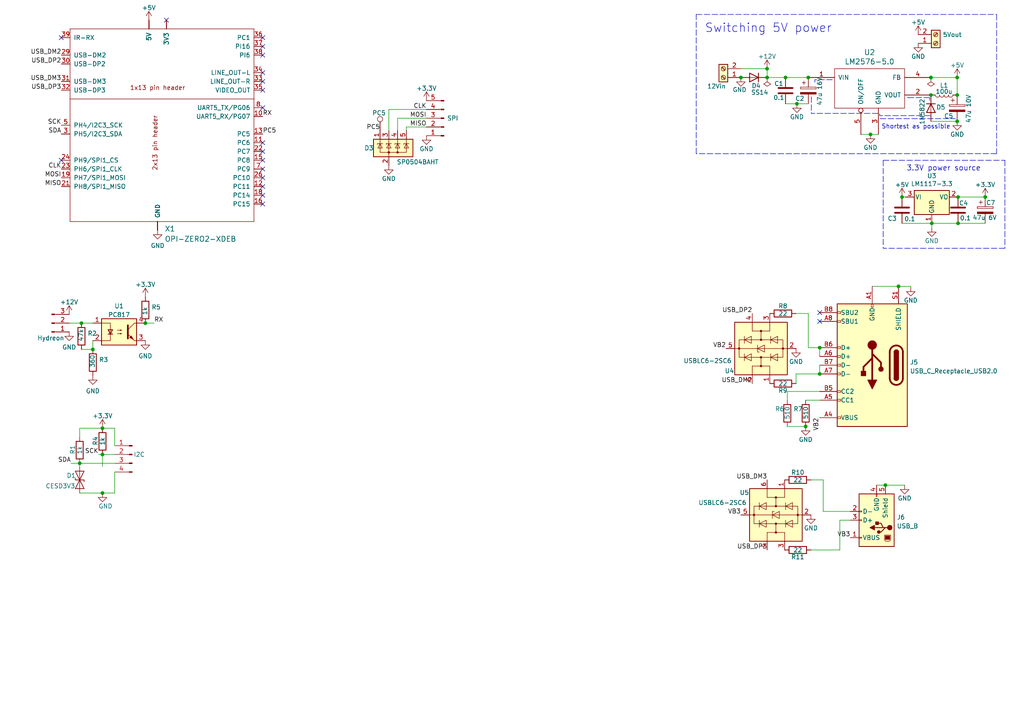
<source format=kicad_sch>
(kicad_sch (version 20211123) (generator eeschema)
  (paper "A4")
  (lib_symbols
    (symbol "Connector:Conn_01x03_Male" (pin_names (offset 1.016) hide)
      (property "Reference" "J" (at 0 5.08 0))
      (property "Value" "Conn_01x03_Male" (at 0 -5.08 0))
      (symbol "Conn_01x03_Male_1_1"
        (polyline (pts (xy 1.27 -2.54) (xy 0.8636 -2.54)) (stroke (width 0.1524)))
        (polyline (pts (xy 1.27 0) (xy 0.8636 0)) (stroke (width 0.1524)))
        (polyline (pts (xy 1.27 2.54) (xy 0.8636 2.54)) (stroke (width 0.1524)))
        (rectangle (start 0.8636 -2.413) (end 0 -2.667) (stroke (width 0.1524)) (fill (type outline)))
        (rectangle (start 0.8636 0.127) (end 0 -0.127) (stroke (width 0.1524)) (fill (type outline)))
        (rectangle (start 0.8636 2.667) (end 0 2.413) (stroke (width 0.1524)) (fill (type outline)))
        (pin passive line (at 5.08 2.54 180) (length 3.81) (name "Pin_1") (number "1"))
        (pin passive line (at 5.08 0 180) (length 3.81) (name "Pin_2") (number "2"))
        (pin passive line (at 5.08 -2.54 180) (length 3.81) (name "Pin_3") (number "3"))
      )
    )
    (symbol "Connector:Conn_01x04_Male" (pin_names (offset 1.016) hide)
      (property "Reference" "J" (at 0 5.08 0))
      (property "Value" "Conn_01x04_Male" (at 0 -7.62 0))
      (symbol "Conn_01x04_Male_1_1"
        (polyline (pts (xy 1.27 -5.08) (xy 0.8636 -5.08)) (stroke (width 0.1524)))
        (polyline (pts (xy 1.27 -2.54) (xy 0.8636 -2.54)) (stroke (width 0.1524)))
        (polyline (pts (xy 1.27 0) (xy 0.8636 0)) (stroke (width 0.1524)))
        (polyline (pts (xy 1.27 2.54) (xy 0.8636 2.54)) (stroke (width 0.1524)))
        (rectangle (start 0.8636 -4.953) (end 0 -5.207) (stroke (width 0.1524)) (fill (type outline)))
        (rectangle (start 0.8636 -2.413) (end 0 -2.667) (stroke (width 0.1524)) (fill (type outline)))
        (rectangle (start 0.8636 0.127) (end 0 -0.127) (stroke (width 0.1524)) (fill (type outline)))
        (rectangle (start 0.8636 2.667) (end 0 2.413) (stroke (width 0.1524)) (fill (type outline)))
        (pin passive line (at 5.08 2.54 180) (length 3.81) (name "Pin_1") (number "1"))
        (pin passive line (at 5.08 0 180) (length 3.81) (name "Pin_2") (number "2"))
        (pin passive line (at 5.08 -2.54 180) (length 3.81) (name "Pin_3") (number "3"))
        (pin passive line (at 5.08 -5.08 180) (length 3.81) (name "Pin_4") (number "4"))
      )
    )
    (symbol "Connector:Conn_01x05_Male" (pin_names (offset 1.016) hide)
      (property "Reference" "J" (at 0 7.62 0))
      (property "Value" "Conn_01x05_Male" (at 0 -7.62 0))
      (symbol "Conn_01x05_Male_1_1"
        (polyline (pts (xy 1.27 -5.08) (xy 0.8636 -5.08)) (stroke (width 0.1524)))
        (polyline (pts (xy 1.27 -2.54) (xy 0.8636 -2.54)) (stroke (width 0.1524)))
        (polyline (pts (xy 1.27 0) (xy 0.8636 0)) (stroke (width 0.1524)))
        (polyline (pts (xy 1.27 2.54) (xy 0.8636 2.54)) (stroke (width 0.1524)))
        (polyline (pts (xy 1.27 5.08) (xy 0.8636 5.08)) (stroke (width 0.1524)))
        (rectangle (start 0.8636 -4.953) (end 0 -5.207) (stroke (width 0.1524)) (fill (type outline)))
        (rectangle (start 0.8636 -2.413) (end 0 -2.667) (stroke (width 0.1524)) (fill (type outline)))
        (rectangle (start 0.8636 0.127) (end 0 -0.127) (stroke (width 0.1524)) (fill (type outline)))
        (rectangle (start 0.8636 2.667) (end 0 2.413) (stroke (width 0.1524)) (fill (type outline)))
        (rectangle (start 0.8636 5.207) (end 0 4.953) (stroke (width 0.1524)) (fill (type outline)))
        (pin passive line (at 5.08 5.08 180) (length 3.81) (name "Pin_1") (number "1"))
        (pin passive line (at 5.08 2.54 180) (length 3.81) (name "Pin_2") (number "2"))
        (pin passive line (at 5.08 0 180) (length 3.81) (name "Pin_3") (number "3"))
        (pin passive line (at 5.08 -2.54 180) (length 3.81) (name "Pin_4") (number "4"))
        (pin passive line (at 5.08 -5.08 180) (length 3.81) (name "Pin_5") (number "5"))
      )
    )
    (symbol "Connector:Screw_Terminal_01x02" (pin_names (offset 1.016) hide)
      (property "Reference" "J" (at 0 2.54 0))
      (property "Value" "Screw_Terminal_01x02" (at 0 -5.08 0))
      (symbol "Screw_Terminal_01x02_1_1"
        (rectangle (start -1.27 1.27) (end 1.27 -3.81) (stroke (width 0.254)) (fill (type background)))
        (circle (center 0 -2.54) (radius 0.635) (stroke (width 0.1524)))
        (polyline (pts (xy -0.5334 -2.2098) (xy 0.3302 -3.048)) (stroke (width 0.1524)))
        (polyline (pts (xy -0.5334 0.3302) (xy 0.3302 -0.508)) (stroke (width 0.1524)))
        (polyline (pts (xy -0.3556 -2.032) (xy 0.508 -2.8702)) (stroke (width 0.1524)))
        (polyline (pts (xy -0.3556 0.508) (xy 0.508 -0.3302)) (stroke (width 0.1524)))
        (circle (center 0 0) (radius 0.635) (stroke (width 0.1524)))
        (pin passive line (at -5.08 0 0) (length 3.81) (name "Pin_1") (number "1"))
        (pin passive line (at -5.08 -2.54 0) (length 3.81) (name "Pin_2") (number "2"))
      )
    )
    (symbol "Connector:TestPoint" (pin_numbers hide) (pin_names (offset 0.762) hide)
      (property "Reference" "TP" (at 0 6.858 0))
      (property "Value" "TestPoint" (at 0 5.08 0))
      (symbol "TestPoint_0_1"
        (circle (center 0 3.302) (radius 0.762))
      )
      (symbol "TestPoint_1_1"
        (pin passive line (at 0 0 90) (length 2.54) (name "1") (number "1"))
      )
    )
    (symbol "Connector:USB_B" (pin_names (offset 1.016))
      (property "Reference" "J" (at -5.08 11.43 0))
      (property "Value" "USB_B" (at -5.08 8.89 0))
      (symbol "USB_B_0_1"
        (rectangle (start -5.08 -7.62) (end 5.08 7.62) (stroke (width 0.254)) (fill (type background)))
        (circle (center -3.81 2.159) (radius 0.635) (stroke (width 0.254)) (fill (type outline)))
        (rectangle (start -3.81 5.588) (end -2.54 4.572) (fill (type outline)))
        (circle (center -0.635 3.429) (radius 0.381) (stroke (width 0.254)) (fill (type outline)))
        (rectangle (start -0.127 -7.62) (end 0.127 -6.858))
        (polyline (pts (xy -1.905 2.159) (xy 0.635 2.159)) (stroke (width 0.254)))
        (polyline (pts (xy -3.175 2.159) (xy -2.54 2.159) (xy -1.27 3.429) (xy -0.635 3.429)) (stroke (width 0.254)))
        (polyline (pts (xy -2.54 2.159) (xy -1.905 2.159) (xy -1.27 0.889) (xy 0 0.889)) (stroke (width 0.254)))
        (polyline (pts (xy 0.635 2.794) (xy 0.635 1.524) (xy 1.905 2.159) (xy 0.635 2.794)) (stroke (width 0.254)) (fill (type outline)))
        (polyline (pts (xy -4.064 4.318) (xy -2.286 4.318) (xy -2.286 5.715) (xy -2.667 6.096) (xy -3.683 6.096) (xy -4.064 5.715) (xy -4.064 4.318)))
        (rectangle (start 0.254 1.27) (end -0.508 0.508) (stroke (width 0.254)) (fill (type outline)))
        (rectangle (start 5.08 -2.667) (end 4.318 -2.413))
        (rectangle (start 5.08 -0.127) (end 4.318 0.127))
        (rectangle (start 5.08 4.953) (end 4.318 5.207))
      )
      (symbol "USB_B_1_1"
        (pin power_out line (at 7.62 5.08 180) (length 2.54) (name "VBUS") (number "1"))
        (pin bidirectional line (at 7.62 -2.54 180) (length 2.54) (name "D-") (number "2"))
        (pin bidirectional line (at 7.62 0 180) (length 2.54) (name "D+") (number "3"))
        (pin power_out line (at 0 -10.16 90) (length 2.54) (name "GND") (number "4"))
        (pin passive line (at -2.54 -10.16 90) (length 2.54) (name "Shield") (number "5"))
      )
    )
    (symbol "Connector:USB_C_Receptacle_USB2.0" (pin_names (offset 1.016))
      (property "Reference" "J" (at -10.16 19.05 0))
      (property "Value" "USB_C_Receptacle_USB2.0" (at 19.05 19.05 0))
      (symbol "USB_C_Receptacle_USB2.0_0_0"
        (rectangle (start -0.254 -17.78) (end 0.254 -16.764))
        (rectangle (start 10.16 -14.986) (end 9.144 -15.494))
        (rectangle (start 10.16 -12.446) (end 9.144 -12.954))
        (rectangle (start 10.16 -4.826) (end 9.144 -5.334))
        (rectangle (start 10.16 -2.286) (end 9.144 -2.794))
        (rectangle (start 10.16 0.254) (end 9.144 -0.254))
        (rectangle (start 10.16 2.794) (end 9.144 2.286))
        (rectangle (start 10.16 7.874) (end 9.144 7.366))
        (rectangle (start 10.16 10.414) (end 9.144 9.906))
        (rectangle (start 10.16 15.494) (end 9.144 14.986))
      )
      (symbol "USB_C_Receptacle_USB2.0_0_1"
        (rectangle (start -10.16 17.78) (end 10.16 -17.78) (stroke (width 0.254)) (fill (type background)))
        (arc (start -8.89 -3.81) (mid -6.985 -5.715) (end -5.08 -3.81) (stroke (width 0.508)))
        (arc (start -7.62 -3.81) (mid -6.985 -4.445) (end -6.35 -3.81) (stroke (width 0.254)))
        (arc (start -7.62 -3.81) (mid -6.985 -4.445) (end -6.35 -3.81) (stroke (width 0.254)) (fill (type outline)))
        (rectangle (start -7.62 -3.81) (end -6.35 3.81) (stroke (width 0.254)) (fill (type outline)))
        (arc (start -6.35 3.81) (mid -6.985 4.445) (end -7.62 3.81) (stroke (width 0.254)))
        (arc (start -6.35 3.81) (mid -6.985 4.445) (end -7.62 3.81) (stroke (width 0.254)) (fill (type outline)))
        (arc (start -5.08 3.81) (mid -6.985 5.715) (end -8.89 3.81) (stroke (width 0.508)))
        (circle (center -2.54 1.143) (radius 0.635) (stroke (width 0.254)) (fill (type outline)))
        (circle (center 0 -5.842) (radius 1.27) (fill (type outline)))
        (polyline (pts (xy -8.89 -3.81) (xy -8.89 3.81)) (stroke (width 0.508)))
        (polyline (pts (xy -5.08 3.81) (xy -5.08 -3.81)) (stroke (width 0.508)))
        (polyline (pts (xy 0 -5.842) (xy 0 4.318)) (stroke (width 0.508)))
        (polyline (pts (xy 0 -3.302) (xy -2.54 -0.762) (xy -2.54 0.508)) (stroke (width 0.508)))
        (polyline (pts (xy 0 -2.032) (xy 2.54 0.508) (xy 2.54 1.778)) (stroke (width 0.508)))
        (polyline (pts (xy -1.27 4.318) (xy 0 6.858) (xy 1.27 4.318) (xy -1.27 4.318)) (stroke (width 0.254)) (fill (type outline)))
        (rectangle (start 1.905 1.778) (end 3.175 3.048) (stroke (width 0.254)) (fill (type outline)))
      )
      (symbol "USB_C_Receptacle_USB2.0_1_1"
        (pin passive line (at 0 -22.86 90) (length 5.08) (name "GND") (number "A1"))
        (pin passive line (at 0 -22.86 90) (length 5.08) hide (name "GND") (number "A12"))
        (pin passive line (at 15.24 15.24 180) (length 5.08) (name "VBUS") (number "A4"))
        (pin bidirectional line (at 15.24 10.16 180) (length 5.08) (name "CC1") (number "A5"))
        (pin bidirectional line (at 15.24 -2.54 180) (length 5.08) (name "D+") (number "A6"))
        (pin bidirectional line (at 15.24 2.54 180) (length 5.08) (name "D-") (number "A7"))
        (pin bidirectional line (at 15.24 -12.7 180) (length 5.08) (name "SBU1") (number "A8"))
        (pin passive line (at 15.24 15.24 180) (length 5.08) hide (name "VBUS") (number "A9"))
        (pin passive line (at 0 -22.86 90) (length 5.08) hide (name "GND") (number "B1"))
        (pin passive line (at 0 -22.86 90) (length 5.08) hide (name "GND") (number "B12"))
        (pin passive line (at 15.24 15.24 180) (length 5.08) hide (name "VBUS") (number "B4"))
        (pin bidirectional line (at 15.24 7.62 180) (length 5.08) (name "CC2") (number "B5"))
        (pin bidirectional line (at 15.24 -5.08 180) (length 5.08) (name "D+") (number "B6"))
        (pin bidirectional line (at 15.24 0 180) (length 5.08) (name "D-") (number "B7"))
        (pin bidirectional line (at 15.24 -15.24 180) (length 5.08) (name "SBU2") (number "B8"))
        (pin passive line (at 15.24 15.24 180) (length 5.08) hide (name "VBUS") (number "B9"))
        (pin passive line (at -7.62 -22.86 90) (length 5.08) (name "SHIELD") (number "S1"))
      )
    )
    (symbol "Device:C" (pin_numbers hide) (pin_names (offset 0.254))
      (property "Reference" "C" (at 0.635 2.54 0))
      (property "Value" "C" (at 0.635 -2.54 0))
      (symbol "C_0_1"
        (polyline (pts (xy -2.032 -0.762) (xy 2.032 -0.762)) (stroke (width 0.508)))
        (polyline (pts (xy -2.032 0.762) (xy 2.032 0.762)) (stroke (width 0.508)))
      )
      (symbol "C_1_1"
        (pin passive line (at 0 3.81 270) (length 2.794) (name "~") (number "1"))
        (pin passive line (at 0 -3.81 90) (length 2.794) (name "~") (number "2"))
      )
    )
    (symbol "Device:C_Polarized" (pin_numbers hide) (pin_names (offset 0.254))
      (property "Reference" "C" (at 0.635 2.54 0))
      (property "Value" "C_Polarized" (at 0.635 -2.54 0))
      (symbol "C_Polarized_0_1"
        (rectangle (start -2.286 0.508) (end 2.286 1.016))
        (polyline (pts (xy -1.778 2.286) (xy -0.762 2.286)))
        (polyline (pts (xy -1.27 2.794) (xy -1.27 1.778)))
        (rectangle (start 2.286 -0.508) (end -2.286 -1.016) (fill (type outline)))
      )
      (symbol "C_Polarized_1_1"
        (pin passive line (at 0 3.81 270) (length 2.794) (name "~") (number "1"))
        (pin passive line (at 0 -3.81 90) (length 2.794) (name "~") (number "2"))
      )
    )
    (symbol "Device:D" (pin_numbers hide) (pin_names (offset 1.016) hide)
      (property "Reference" "D" (at 0 2.54 0))
      (property "Value" "D" (at 0 -2.54 0))
      (symbol "D_0_1"
        (polyline (pts (xy -1.27 1.27) (xy -1.27 -1.27)) (stroke (width 0.254)))
        (polyline (pts (xy 1.27 0) (xy -1.27 0)))
        (polyline (pts (xy 1.27 1.27) (xy 1.27 -1.27) (xy -1.27 0) (xy 1.27 1.27)) (stroke (width 0.254)))
      )
      (symbol "D_1_1"
        (pin passive line (at -3.81 0 0) (length 2.54) (name "K") (number "1"))
        (pin passive line (at 3.81 0 180) (length 2.54) (name "A") (number "2"))
      )
    )
    (symbol "Device:L" (pin_numbers hide) (pin_names (offset 1.016) hide)
      (property "Reference" "L" (at -1.27 0 90))
      (property "Value" "L" (at 1.905 0 90))
      (symbol "L_0_1"
        (arc (start 0 -2.54) (mid 0.635 -1.905) (end 0 -1.27))
        (arc (start 0 -1.27) (mid 0.635 -0.635) (end 0 0))
        (arc (start 0 0) (mid 0.635 0.635) (end 0 1.27))
        (arc (start 0 1.27) (mid 0.635 1.905) (end 0 2.54))
      )
      (symbol "L_1_1"
        (pin passive line (at 0 3.81 270) (length 1.27) (name "1") (number "1"))
        (pin passive line (at 0 -3.81 90) (length 1.27) (name "2") (number "2"))
      )
    )
    (symbol "Device:R" (pin_numbers hide) (pin_names (offset 0))
      (property "Reference" "R" (at 2.032 0 90))
      (property "Value" "R" (at 0 0 90))
      (symbol "R_0_1"
        (rectangle (start -1.016 -2.54) (end 1.016 2.54) (stroke (width 0.254)))
      )
      (symbol "R_1_1"
        (pin passive line (at 0 3.81 270) (length 1.27) (name "~") (number "1"))
        (pin passive line (at 0 -3.81 90) (length 1.27) (name "~") (number "2"))
      )
    )
    (symbol "Diode:ESD9B3.3ST5G" (pin_numbers hide) (pin_names (offset 1.016) hide)
      (property "Reference" "D" (at 0 2.54 0))
      (property "Value" "ESD9B3.3ST5G" (at 0 -2.54 0))
      (symbol "ESD9B3.3ST5G_0_1"
        (polyline (pts (xy 1.27 0) (xy -1.27 0)))
        (polyline (pts (xy -2.54 -1.27) (xy 0 0) (xy -2.54 1.27) (xy -2.54 -1.27)) (stroke (width 0.2032)))
        (polyline (pts (xy 0.508 1.27) (xy 0 1.27) (xy 0 -1.27) (xy -0.508 -1.27)) (stroke (width 0.2032)))
        (polyline (pts (xy 2.54 1.27) (xy 2.54 -1.27) (xy 0 0) (xy 2.54 1.27)) (stroke (width 0.2032)))
      )
      (symbol "ESD9B3.3ST5G_1_1"
        (pin passive line (at -3.81 0 0) (length 2.54) (name "A1") (number "1"))
        (pin passive line (at 3.81 0 180) (length 2.54) (name "A2") (number "2"))
      )
    )
    (symbol "Isolator:PC817" (pin_names (offset 1.016))
      (property "Reference" "U" (at -5.08 5.08 0))
      (property "Value" "PC817" (at 0 5.08 0))
      (symbol "PC817_0_1"
        (rectangle (start -5.08 3.81) (end 5.08 -3.81) (stroke (width 0.254)) (fill (type background)))
        (polyline (pts (xy -3.175 -0.635) (xy -1.905 -0.635)) (stroke (width 0.254)))
        (polyline (pts (xy 2.54 0.635) (xy 4.445 2.54)))
        (polyline (pts (xy 4.445 -2.54) (xy 2.54 -0.635)) (fill (type outline)))
        (polyline (pts (xy 4.445 -2.54) (xy 5.08 -2.54)))
        (polyline (pts (xy 4.445 2.54) (xy 5.08 2.54)))
        (polyline (pts (xy -5.08 2.54) (xy -2.54 2.54) (xy -2.54 -0.635)))
        (polyline (pts (xy -2.54 -0.635) (xy -2.54 -2.54) (xy -5.08 -2.54)))
        (polyline (pts (xy 2.54 1.905) (xy 2.54 -1.905) (xy 2.54 -1.905)) (stroke (width 0.508)))
        (polyline (pts (xy -2.54 -0.635) (xy -3.175 0.635) (xy -1.905 0.635) (xy -2.54 -0.635)) (stroke (width 0.254)))
        (polyline (pts (xy -0.508 -0.508) (xy 0.762 -0.508) (xy 0.381 -0.635) (xy 0.381 -0.381) (xy 0.762 -0.508)))
        (polyline (pts (xy -0.508 0.508) (xy 0.762 0.508) (xy 0.381 0.381) (xy 0.381 0.635) (xy 0.762 0.508)))
        (polyline (pts (xy 3.048 -1.651) (xy 3.556 -1.143) (xy 4.064 -2.159) (xy 3.048 -1.651) (xy 3.048 -1.651)) (fill (type outline)))
      )
      (symbol "PC817_1_1"
        (pin passive line (at -7.62 2.54 0) (length 2.54) (name "~") (number "1"))
        (pin passive line (at -7.62 -2.54 0) (length 2.54) (name "~") (number "2"))
        (pin passive line (at 7.62 -2.54 180) (length 2.54) (name "~") (number "3"))
        (pin passive line (at 7.62 2.54 180) (length 2.54) (name "~") (number "4"))
      )
    )
    (symbol "Power_Protection:SP0504BAHT" (pin_names hide)
      (property "Reference" "D" (at 7.62 2.54 0))
      (property "Value" "SP0504BAHT" (at 7.62 0.635 0))
      (symbol "SP0504BAHT_0_0"
        (pin passive line (at 0 -5.08 90) (length 2.54) (name "A") (number "2"))
      )
      (symbol "SP0504BAHT_0_1"
        (rectangle (start -4.445 2.54) (end 6.985 -2.54) (stroke (width 0.254)) (fill (type background)))
        (circle (center 0 -1.27) (radius 0.254) (fill (type outline)))
        (polyline (pts (xy -2.54 2.54) (xy -2.54 1.27)))
        (polyline (pts (xy 0 -1.27) (xy 0 -2.54)))
        (polyline (pts (xy 0 -1.27) (xy 0 1.27)))
        (polyline (pts (xy 0 2.54) (xy 0 1.27)))
        (polyline (pts (xy 2.54 2.54) (xy 2.54 1.27)))
        (polyline (pts (xy 5.08 2.54) (xy 5.08 1.27)))
        (polyline (pts (xy -3.302 1.016) (xy -3.302 1.27) (xy -1.778 1.27)))
        (polyline (pts (xy 0.762 1.27) (xy -0.762 1.27) (xy -0.762 1.016)))
        (polyline (pts (xy 5.08 1.27) (xy 5.08 -1.27) (xy 2.54 -1.27)))
        (polyline (pts (xy -2.54 1.27) (xy -2.54 -1.27) (xy 2.54 -1.27) (xy 2.54 1.27)))
        (polyline (pts (xy -2.54 1.27) (xy -1.905 0) (xy -3.175 0) (xy -2.54 1.27)))
        (polyline (pts (xy 0.635 0) (xy -0.635 0) (xy 0 1.27) (xy 0.635 0)))
        (polyline (pts (xy 1.778 1.016) (xy 1.778 1.27) (xy 3.175 1.27) (xy 3.302 1.27)))
        (polyline (pts (xy 2.54 1.27) (xy 1.905 0) (xy 3.175 0) (xy 2.54 1.27)))
        (polyline (pts (xy 4.318 1.016) (xy 4.318 1.27) (xy 5.715 1.27) (xy 5.842 1.27)))
        (polyline (pts (xy 5.08 1.27) (xy 4.445 0) (xy 5.715 0) (xy 5.08 1.27)))
        (circle (center 2.54 -1.27) (radius 0.254) (fill (type outline)))
      )
      (symbol "SP0504BAHT_1_1"
        (pin passive line (at -2.54 5.08 270) (length 2.54) (name "K") (number "1"))
        (pin passive line (at 0 5.08 270) (length 2.54) (name "K") (number "3"))
        (pin passive line (at 2.54 5.08 270) (length 2.54) (name "K") (number "4"))
        (pin passive line (at 5.08 5.08 270) (length 2.54) (name "K") (number "5"))
      )
    )
    (symbol "Power_Protection:USBLC6-2SC6" (pin_names hide)
      (property "Reference" "U" (at 2.54 8.89 0))
      (property "Value" "USBLC6-2SC6" (at 2.54 -8.89 0))
      (symbol "USBLC6-2SC6_0_1"
        (rectangle (start -7.62 -7.62) (end 7.62 7.62) (stroke (width 0.254)) (fill (type background)))
        (circle (center -5.08 0) (radius 0.254) (fill (type outline)))
        (circle (center -2.54 0) (radius 0.254) (fill (type outline)))
        (rectangle (start -2.54 6.35) (end 2.54 -6.35))
        (circle (center 0 -6.35) (radius 0.254) (fill (type outline)))
        (polyline (pts (xy -5.08 -2.54) (xy -7.62 -2.54)))
        (polyline (pts (xy -5.08 0) (xy -5.08 -2.54)))
        (polyline (pts (xy -5.08 2.54) (xy -7.62 2.54)))
        (polyline (pts (xy -1.524 -2.794) (xy -3.556 -2.794)))
        (polyline (pts (xy -1.524 4.826) (xy -3.556 4.826)))
        (polyline (pts (xy 0 -7.62) (xy 0 -6.35)))
        (polyline (pts (xy 0 -6.35) (xy 0 1.27)))
        (polyline (pts (xy 0 1.27) (xy 0 6.35)))
        (polyline (pts (xy 0 6.35) (xy 0 7.62)))
        (polyline (pts (xy 1.524 -2.794) (xy 3.556 -2.794)))
        (polyline (pts (xy 1.524 4.826) (xy 3.556 4.826)))
        (polyline (pts (xy 5.08 -2.54) (xy 7.62 -2.54)))
        (polyline (pts (xy 5.08 0) (xy 5.08 -2.54)))
        (polyline (pts (xy 5.08 2.54) (xy 7.62 2.54)))
        (polyline (pts (xy -2.54 0) (xy -5.08 0) (xy -5.08 2.54)))
        (polyline (pts (xy 2.54 0) (xy 5.08 0) (xy 5.08 2.54)))
        (polyline (pts (xy -3.556 -4.826) (xy -1.524 -4.826) (xy -2.54 -2.794) (xy -3.556 -4.826)))
        (polyline (pts (xy -3.556 2.794) (xy -1.524 2.794) (xy -2.54 4.826) (xy -3.556 2.794)))
        (polyline (pts (xy -1.016 -1.016) (xy 1.016 -1.016) (xy 0 1.016) (xy -1.016 -1.016)))
        (polyline (pts (xy 1.016 1.016) (xy 0.762 1.016) (xy -1.016 1.016) (xy -1.016 0.508)))
        (polyline (pts (xy 3.556 -4.826) (xy 1.524 -4.826) (xy 2.54 -2.794) (xy 3.556 -4.826)))
        (polyline (pts (xy 3.556 2.794) (xy 1.524 2.794) (xy 2.54 4.826) (xy 3.556 2.794)))
        (circle (center 0 6.35) (radius 0.254) (fill (type outline)))
        (circle (center 2.54 0) (radius 0.254) (fill (type outline)))
        (circle (center 5.08 0) (radius 0.254) (fill (type outline)))
      )
      (symbol "USBLC6-2SC6_1_1"
        (pin passive line (at -10.16 -2.54 0) (length 2.54) (name "I/O1") (number "1"))
        (pin passive line (at 0 -10.16 90) (length 2.54) (name "GND") (number "2"))
        (pin passive line (at 10.16 -2.54 180) (length 2.54) (name "I/O2") (number "3"))
        (pin passive line (at 10.16 2.54 180) (length 2.54) (name "I/O2") (number "4"))
        (pin passive line (at 0 10.16 270) (length 2.54) (name "VBUS") (number "5"))
        (pin passive line (at -10.16 2.54 0) (length 2.54) (name "I/O1") (number "6"))
      )
    )
    (symbol "Regulator_Linear:LM1117-3.3" (pin_names (offset 0.254))
      (property "Reference" "U" (at -3.81 3.175 0))
      (property "Value" "LM1117-3.3" (at 0 3.175 0))
      (symbol "LM1117-3.3_0_1"
        (rectangle (start -5.08 -5.08) (end 5.08 1.905) (stroke (width 0.254)) (fill (type background)))
      )
      (symbol "LM1117-3.3_1_1"
        (pin power_in line (at 0 -7.62 90) (length 2.54) (name "GND") (number "1"))
        (pin power_out line (at 7.62 0 180) (length 2.54) (name "VO") (number "2"))
        (pin power_in line (at -7.62 0 0) (length 2.54) (name "VI") (number "3"))
      )
    )
    (symbol "opi-hat:OPI-ZERO2-XDEB" (pin_names (offset 1.016))
      (property "Reference" "X" (at 2.54 5.08 0))
      (property "Value" "OPI-ZERO2-XDEB" (at 2.54 2.54 0))
      (symbol "OPI-ZERO2-XDEB_1_0"
        (polyline (pts (xy 0 0) (xy 53.34 0)))
        (polyline (pts (xy 0 35.56) (xy 0 0)))
        (polyline (pts (xy 0 35.56) (xy 53.34 35.56)))
        (polyline (pts (xy 0 55.88) (xy 0 35.56)))
        (polyline (pts (xy 53.34 0) (xy 53.34 35.56)))
        (polyline (pts (xy 53.34 35.56) (xy 53.34 55.88)))
        (polyline (pts (xy 53.34 55.88) (xy 0 55.88)))
        (text "1x13 pin header" (at 25.4 38.1 0) (effects (font (size 1.27 1.27)) (justify bottom)))
        (text "2x13 pin header" (at 25.4 22.86 900) (effects (font (size 1.27 1.27)) (justify bottom)))
        (pin power_in line (at 27.94 58.42 270) (length 2.54) (name "3V3") (number "1"))
        (pin bidirectional line (at 55.88 30.48 180) (length 2.54) (name "UART5_RX/PG07") (number "10"))
        (pin bidirectional line (at 55.88 22.86 180) (length 2.54) (name "PC6") (number "11"))
        (pin bidirectional line (at 55.88 10.16 180) (length 2.54) (name "PC11") (number "12"))
        (pin bidirectional line (at 55.88 25.4 180) (length 2.54) (name "PC5") (number "13"))
        (pin power_in line (at 25.4 -2.54 90) (length 2.54) (name "GND") (number "14"))
        (pin bidirectional line (at 55.88 17.78 180) (length 2.54) (name "PC8") (number "15"))
        (pin bidirectional line (at 55.88 5.08 180) (length 2.54) (name "PC15") (number "16"))
        (pin power_in line (at 27.94 58.42 270) (length 2.54) (name "3V3") (number "17"))
        (pin bidirectional line (at 55.88 7.62 180) (length 2.54) (name "PC14") (number "18"))
        (pin bidirectional line (at -2.54 12.7 0) (length 2.54) (name "PH7/SPI1_MOSI") (number "19"))
        (pin power_in line (at 22.86 58.42 270) (length 2.54) (name "5V") (number "2"))
        (pin power_in line (at 25.4 -2.54 90) (length 2.54) (name "GND") (number "20"))
        (pin bidirectional line (at -2.54 10.16 0) (length 2.54) (name "PH8/SPI1_MISO") (number "21"))
        (pin bidirectional line (at 55.88 20.32 180) (length 2.54) (name "PC7") (number "22"))
        (pin bidirectional line (at -2.54 15.24 0) (length 2.54) (name "PH6/SPI1_CLK") (number "23"))
        (pin bidirectional line (at -2.54 17.78 0) (length 2.54) (name "PH9/SPI1_CS") (number "24"))
        (pin power_in line (at 25.4 -2.54 90) (length 2.54) (name "GND") (number "25"))
        (pin bidirectional line (at 55.88 12.7 180) (length 2.54) (name "PC10") (number "26"))
        (pin power_in line (at 22.86 58.42 270) (length 2.54) (name "5V") (number "27"))
        (pin power_in line (at 22.86 58.42 270) (length 2.54) (name "5V") (number "27"))
        (pin power_in line (at 25.4 -2.54 90) (length 2.54) (name "GND") (number "28"))
        (pin bidirectional line (at -2.54 48.26 0) (length 2.54) (name "USB-DM2") (number "29"))
        (pin bidirectional line (at -2.54 25.4 0) (length 2.54) (name "PH5/I2C3_SDA") (number "3"))
        (pin bidirectional line (at -2.54 45.72 0) (length 2.54) (name "USB-DP2") (number "30"))
        (pin bidirectional line (at -2.54 40.64 0) (length 2.54) (name "USB-DM3") (number "31"))
        (pin bidirectional line (at -2.54 38.1 0) (length 2.54) (name "USB-DP3") (number "32"))
        (pin passive line (at 55.88 40.64 180) (length 2.54) (name "LINE_OUT-R") (number "33"))
        (pin passive line (at 55.88 43.18 180) (length 2.54) (name "LINE_OUT-L") (number "34"))
        (pin passive line (at 55.88 38.1 180) (length 2.54) (name "VIDEO_OUT") (number "35"))
        (pin passive line (at 55.88 53.34 180) (length 2.54) (name "PC1") (number "36"))
        (pin passive line (at 55.88 50.8 180) (length 2.54) (name "PI16") (number "37"))
        (pin passive line (at 55.88 48.26 180) (length 2.54) (name "PI6") (number "38"))
        (pin passive line (at -2.54 53.34 0) (length 2.54) (name "IR-RX") (number "39"))
        (pin power_in line (at 22.86 58.42 270) (length 2.54) (name "5V") (number "4"))
        (pin power_in line (at 22.86 58.42 270) (length 2.54) (name "5V") (number "4"))
        (pin bidirectional line (at -2.54 27.94 0) (length 2.54) (name "PH4/I2C3_SCK") (number "5"))
        (pin power_in line (at 25.4 -2.54 90) (length 2.54) (name "GND") (number "6"))
        (pin bidirectional line (at 55.88 15.24 180) (length 2.54) (name "PC9") (number "7"))
        (pin bidirectional line (at 55.88 33.02 180) (length 2.54) (name "UART5_TX/PG06") (number "8"))
        (pin power_in line (at 25.4 -2.54 90) (length 2.54) (name "GND") (number "9"))
      )
    )
    (symbol "power:+12V" (power) (pin_names (offset 0))
      (property "Value" "+12V" (at 0 3.556 0))
      (symbol "+12V_0_1"
        (polyline (pts (xy -0.762 1.27) (xy 0 2.54)))
        (polyline (pts (xy 0 0) (xy 0 2.54)))
        (polyline (pts (xy 0 2.54) (xy 0.762 1.27)))
      )
      (symbol "+12V_1_1"
        (pin power_in line (at 0 0 90) (length 0) hide (name "+12V") (number "1"))
      )
    )
    (symbol "power:+3.3V" (power) (pin_names (offset 0))
      (property "Value" "+3.3V" (at 0 3.556 0))
      (symbol "+3.3V_0_1"
        (polyline (pts (xy -0.762 1.27) (xy 0 2.54)))
        (polyline (pts (xy 0 0) (xy 0 2.54)))
        (polyline (pts (xy 0 2.54) (xy 0.762 1.27)))
      )
      (symbol "+3.3V_1_1"
        (pin power_in line (at 0 0 90) (length 0) hide (name "+3.3V") (number "1"))
      )
    )
    (symbol "power:+5V" (power) (pin_names (offset 0))
      (property "Value" "+5V" (at 0 3.556 0))
      (symbol "+5V_0_1"
        (polyline (pts (xy -0.762 1.27) (xy 0 2.54)))
        (polyline (pts (xy 0 0) (xy 0 2.54)))
        (polyline (pts (xy 0 2.54) (xy 0.762 1.27)))
      )
      (symbol "+5V_1_1"
        (pin power_in line (at 0 0 90) (length 0) hide (name "+5V") (number "1"))
      )
    )
    (symbol "power:GND" (power) (pin_names (offset 0))
      (property "Value" "GND" (at 0 -3.81 0))
      (symbol "GND_0_1"
        (polyline (pts (xy 0 0) (xy 0 -1.27) (xy 1.27 -1.27) (xy 0 -2.54) (xy -1.27 -1.27) (xy 0 -1.27)))
      )
      (symbol "GND_1_1"
        (pin power_in line (at 0 0 270) (length 0) hide (name "GND") (number "1"))
      )
    )
    (symbol "power:PWR_FLAG" (power) (pin_numbers hide) (pin_names (offset 0) hide)
      (property "Value" "PWR_FLAG" (at 0 3.81 0))
      (symbol "PWR_FLAG_0_0"
        (pin power_out line (at 0 0 90) (length 0) (name "pwr") (number "1"))
      )
      (symbol "PWR_FLAG_0_1"
        (polyline (pts (xy 0 0) (xy 0 1.27) (xy -1.016 1.905) (xy 0 2.54) (xy 1.016 1.905) (xy 0 1.27)))
      )
    )
    (symbol "stm32-rescue:+5V" (power) (pin_names (offset 0))
      (property "Value" "+5V" (at 0 3.556 0))
      (symbol "+5V_0_1"
        (polyline (pts (xy -0.762 1.27) (xy 0 2.54)))
        (polyline (pts (xy 0 0) (xy 0 2.54)))
        (polyline (pts (xy 0 2.54) (xy 0.762 1.27)))
      )
      (symbol "+5V_1_1"
        (pin power_in line (at 0 0 90) (length 0) hide (name "+5V") (number "1"))
      )
    )
    (symbol "stm32-rescue:C" (pin_numbers hide) (pin_names (offset 0.254))
      (property "Reference" "C" (at 0.635 2.54 0))
      (property "Value" "C" (at 0.635 -2.54 0))
      (symbol "C_0_1"
        (polyline (pts (xy -2.032 -0.762) (xy 2.032 -0.762)) (stroke (width 0.508)))
        (polyline (pts (xy -2.032 0.762) (xy 2.032 0.762)) (stroke (width 0.508)))
      )
      (symbol "C_1_1"
        (pin passive line (at 0 3.81 270) (length 2.794) (name "~") (number "1"))
        (pin passive line (at 0 -3.81 90) (length 2.794) (name "~") (number "2"))
      )
    )
    (symbol "stm32-rescue:CP" (pin_numbers hide) (pin_names (offset 0.254))
      (property "Reference" "C" (at 0.635 2.54 0))
      (property "Value" "CP" (at 0.635 -2.54 0))
      (symbol "CP_0_1"
        (rectangle (start -2.286 0.508) (end -2.286 1.016))
        (rectangle (start -2.286 0.508) (end 2.286 0.508))
        (polyline (pts (xy -1.778 2.286) (xy -0.762 2.286)))
        (polyline (pts (xy -1.27 2.794) (xy -1.27 1.778)))
        (rectangle (start 2.286 -0.508) (end -2.286 -1.016) (fill (type outline)))
        (rectangle (start 2.286 1.016) (end -2.286 1.016))
        (rectangle (start 2.286 1.016) (end 2.286 0.508))
      )
      (symbol "CP_1_1"
        (pin passive line (at 0 3.81 270) (length 2.794) (name "~") (number "1"))
        (pin passive line (at 0 -3.81 90) (length 2.794) (name "~") (number "2"))
      )
    )
    (symbol "vreg:LM2576" (pin_names (offset 1.016))
      (property "Reference" "U" (at -8.89 6.35 0))
      (property "Value" "LM2576" (at 6.35 6.35 0))
      (symbol "LM2576_0_1"
        (rectangle (start -10.16 5.08) (end 10.16 -6.35))
      )
      (symbol "LM2576_1_1"
        (pin power_in line (at -17.78 2.54 0) (length 7.62) (name "VIN") (number "1"))
        (pin power_out line (at 17.78 -2.54 180) (length 7.62) (name "VOUT") (number "2"))
        (pin power_in line (at 2.54 -13.97 90) (length 7.62) (name "GND") (number "3"))
        (pin input line (at 17.78 2.54 180) (length 7.62) (name "FB") (number "4"))
        (pin input inverted (at -2.54 -13.97 90) (length 7.62) (name "ON/OFF") (number "5"))
      )
    )
  )
  (junction (at 277.622 22.479))
  (junction (at 270.002 22.479))
  (junction (at 237.744 108.458))
  (junction (at 26.924 101.346))
  (junction (at 233.68 123.698))
  (junction (at 231.14 30.099))
  (junction (at 277.876 57.15))
  (junction (at 261.62 57.15))
  (junction (at 237.744 100.838))
  (junction (at 23.114 134.366))
  (junction (at 256.794 140.716))
  (junction (at 222.4786 19.939))
  (junction (at 277.876 64.77))
  (junction (at 42.164 93.726))
  (junction (at 260.604 83.058))
  (junction (at 252.476 38.989))
  (junction (at 270.002 27.559))
  (junction (at 285.75 57.15))
  (junction (at 29.718 124.206))
  (junction (at 277.622 27.559))
  (junction (at 222.504 22.479))
  (junction (at 29.718 143.002))
  (junction (at 227.838 22.479))
  (junction (at 23.622 93.726))
  (junction (at 214.884 22.479))
  (junction (at 277.622 35.179))
  (junction (at 29.718 131.826))
  (junction (at 234.442 22.479))
  (junction (at 270.256 64.77))
  (no_connect (at 48.26 5.842))
  (no_connect (at 237.744 90.678))
  (no_connect (at 237.744 93.218))
  (no_connect (at 76.2 43.942))
  (no_connect (at 76.2 49.022))
  (no_connect (at 76.2 51.562))
  (no_connect (at 76.2 41.402))
  (no_connect (at 76.2 46.482))
  (no_connect (at 76.2 26.162))
  (no_connect (at 76.2 31.242))
  (no_connect (at 17.78 10.922))
  (no_connect (at 76.2 13.462))
  (no_connect (at 76.2 10.922))
  (no_connect (at 76.2 16.002))
  (no_connect (at 76.2 21.082))
  (no_connect (at 76.2 23.622))
  (no_connect (at 17.78 46.482))
  (no_connect (at 76.2 56.642))
  (no_connect (at 76.2 54.102))
  (no_connect (at 76.2 59.182))
  (polyline (pts (xy 289.052 44.577) (xy 201.93 44.577)))
  (polyline (pts (xy 256.159 46.482) (xy 256.159 72.009)))
  (wire (pts (xy 33.274 124.206) (xy 33.274 129.286)))
  (wire (pts (xy 228.346 113.538) (xy 228.346 116.078)))
  (polyline (pts (xy 263.271 28.194) (xy 263.271 28.321)))
  (wire (pts (xy 222.4786 19.939) (xy 222.504 19.939)))
  (wire (pts (xy 254.254 140.716) (xy 256.794 140.716)))
  (wire (pts (xy 42.164 93.726) (xy 44.704 93.726)))
  (wire (pts (xy 230.886 111.252) (xy 230.886 108.458)))
  (polyline (pts (xy 291.465 46.482) (xy 291.465 72.009)))
  (wire (pts (xy 28.575 131.826) (xy 29.718 131.826)))
  (wire (pts (xy 238.76 148.336) (xy 238.76 139.192)))
  (polyline (pts (xy 291.465 72.009) (xy 256.159 72.009)))
  (wire (pts (xy 20.574 134.366) (xy 23.114 134.366)))
  (wire (pts (xy 20.066 93.726) (xy 23.622 93.726)))
  (wire (pts (xy 238.76 139.192) (xy 235.204 139.192)))
  (wire (pts (xy 29.718 143.002) (xy 33.274 143.002)))
  (wire (pts (xy 234.442 90.932) (xy 230.886 90.932)))
  (wire (pts (xy 277.876 64.77) (xy 285.75 64.77)))
  (wire (pts (xy 117.856 36.83) (xy 123.698 36.83)))
  (wire (pts (xy 260.604 83.058) (xy 264.16 83.058)))
  (polyline (pts (xy 256.159 46.482) (xy 291.465 46.482)))
  (wire (pts (xy 227.838 30.099) (xy 231.14 30.099)))
  (wire (pts (xy 29.718 131.826) (xy 33.274 131.826)))
  (wire (pts (xy 23.114 134.366) (xy 23.114 135.382)))
  (wire (pts (xy 261.62 64.77) (xy 270.256 64.77)))
  (wire (pts (xy 237.744 113.538) (xy 228.346 113.538)))
  (wire (pts (xy 237.744 100.838) (xy 234.442 100.838)))
  (wire (pts (xy 233.68 116.078) (xy 237.744 116.078)))
  (wire (pts (xy 112.776 31.75) (xy 112.776 37.846)))
  (wire (pts (xy 23.114 124.206) (xy 29.718 124.206)))
  (wire (pts (xy 277.622 35.179) (xy 270.002 35.179)))
  (polyline (pts (xy 269.621 29.083) (xy 269.621 28.321)))
  (wire (pts (xy 115.316 34.29) (xy 115.316 37.846)))
  (wire (pts (xy 123.698 34.29) (xy 115.316 34.29)))
  (polyline (pts (xy 255.143 33.02) (xy 255.143 33.528)))
  (wire (pts (xy 117.856 37.846) (xy 117.856 36.83)))
  (polyline (pts (xy 255.27 34.417) (xy 277.114 34.417)))
  (wire (pts (xy 246.634 148.336) (xy 238.76 148.336)))
  (wire (pts (xy 227.838 22.479) (xy 234.442 22.479)))
  (wire (pts (xy 228.346 123.698) (xy 233.68 123.698)))
  (wire (pts (xy 254.762 38.989) (xy 252.476 38.989)))
  (wire (pts (xy 270.256 64.77) (xy 277.876 64.77)))
  (wire (pts (xy 262.636 57.15) (xy 261.62 57.15)))
  (polyline (pts (xy 269.748 33.528) (xy 255.143 33.528)))
  (wire (pts (xy 214.884 19.939) (xy 222.4786 19.939)))
  (polyline (pts (xy 236.347 23.114) (xy 236.347 23.876)))
  (wire (pts (xy 230.886 108.458) (xy 237.744 108.458)))
  (polyline (pts (xy 201.93 44.577) (xy 201.93 4.191)))
  (wire (pts (xy 23.114 143.002) (xy 29.718 143.002)))
  (wire (pts (xy 26.924 101.346) (xy 26.924 98.806)))
  (polyline (pts (xy 235.331 28.067) (xy 235.331 32.893)))
  (wire (pts (xy 123.698 31.75) (xy 112.776 31.75)))
  (wire (pts (xy 222.504 19.939) (xy 222.504 22.479)))
  (wire (pts (xy 222.504 22.479) (xy 227.838 22.479)))
  (wire (pts (xy 243.586 150.876) (xy 246.634 150.876)))
  (polyline (pts (xy 254.635 32.893) (xy 235.331 32.893)))
  (polyline (pts (xy 241.427 23.114) (xy 236.347 23.114)))
  (polyline (pts (xy 269.621 28.321) (xy 263.271 28.321)))
  (wire (pts (xy 256.794 140.716) (xy 262.382 140.716)))
  (polyline (pts (xy 289.052 4.191) (xy 289.052 44.577)))
  (wire (pts (xy 23.114 126.746) (xy 23.114 124.206)))
  (wire (pts (xy 277.622 22.479) (xy 270.002 22.479)))
  (wire (pts (xy 29.718 131.826) (xy 29.718 135.382)))
  (wire (pts (xy 23.622 93.726) (xy 26.924 93.726)))
  (wire (pts (xy 243.586 159.512) (xy 243.586 150.876)))
  (wire (pts (xy 270.256 66.04) (xy 270.256 64.77)))
  (wire (pts (xy 29.718 124.206) (xy 33.274 124.206)))
  (wire (pts (xy 277.876 57.15) (xy 285.75 57.15)))
  (wire (pts (xy 237.744 105.918) (xy 237.744 108.458)))
  (wire (pts (xy 252.476 38.989) (xy 249.682 38.989)))
  (wire (pts (xy 237.744 100.838) (xy 237.744 103.378)))
  (wire (pts (xy 234.442 90.932) (xy 234.442 100.838)))
  (wire (pts (xy 235.204 159.512) (xy 243.586 159.512)))
  (wire (pts (xy 252.984 83.058) (xy 260.604 83.058)))
  (wire (pts (xy 23.114 134.366) (xy 33.274 134.366)))
  (wire (pts (xy 264.16 83.058) (xy 264.16 83.312)))
  (wire (pts (xy 33.274 143.002) (xy 33.274 136.906)))
  (wire (pts (xy 277.622 27.559) (xy 277.622 22.479)))
  (wire (pts (xy 23.622 101.346) (xy 26.924 101.346)))
  (wire (pts (xy 231.14 30.099) (xy 234.442 30.099)))
  (polyline (pts (xy 201.93 4.191) (xy 289.052 4.191)))
  (text "Switching 5V power" (at 204.3938 9.7028 0) (effects (font (size 2.4892 2.4892)) (justify left bottom)))
  (text "3.3V power source" (at 262.89 49.784 0) (effects (font (size 1.524 1.524)) (justify left bottom)))
  (text "Shortest as possible" (at 255.651 37.592 0) (effects (font (size 1.27 1.27)) (justify left bottom)))
  (label "RX" (at 76.2 33.782 0))
  (label "USB_DM3" (at 222.504 139.192 180))
  (label "USB_DM3" (at 17.78 23.622 180))
  (label "USB_DP2" (at 17.78 18.542 180))
  (label "VB3" (at 214.884 149.352 180))
  (label "VB3" (at 246.634 155.956 180))
  (label "MOSI" (at 123.698 34.29 180))
  (label "RX" (at 44.704 93.726 0))
  (label "SDA" (at 20.574 134.366 180))
  (label "PC5" (at 76.2 38.862 0))
  (label "MISO" (at 17.78 54.102 180))
  (label "VB2" (at 237.744 121.158 270))
  (label "CLK" (at 123.698 31.75 180))
  (label "VB2" (at 210.566 101.092 180))
  (label "SDA" (at 17.78 38.862 180))
  (label "USB_DP3" (at 17.78 26.162 180))
  (label "USB_DP3" (at 222.504 159.512 180))
  (label "USB_DM2" (at 17.78 16.002 180))
  (label "SCK" (at 17.78 36.322 180))
  (label "MOSI" (at 17.78 51.562 180))
  (label "MISO" (at 123.698 36.83 180))
  (label "USB_DP2" (at 218.186 90.932 180))
  (label "SCK" (at 28.575 131.826 180))
  (label "USB_DM2" (at 218.186 111.252 180))
  (label "PC5" (at 110.236 37.846 180))
  (label "CLK" (at 17.78 49.022 180))
  (symbol (lib_id "Device:R") (at 23.114 130.556 180) (unit 1)
    (property "Reference" "R1" (at 21.082 130.429 90))
    (property "Value" "1k" (at 23.114 130.556 90))
    (property "Footprint" "Resistor_SMD:R_0603_1608Metric_Pad0.98x0.95mm_HandSolder" (effects hide))
  )
  (symbol (lib_id "power:GND") (at 45.72 66.802 0) (unit 1)
    (property "Reference" "#PWR0101" (effects hide))
    (property "Value" "GND" (at 45.72 71.2454 0))
  )
  (symbol (lib_id "stm32-rescue:+5V") (at 277.622 22.479 0) (unit 1)
    (property "Reference" "#PWR0109" (effects hide))
    (property "Value" "+5V" (at 277.622 18.923 0))
  )
  (symbol (lib_id "power:GND") (at 264.16 83.312 0) (unit 1)
    (property "Reference" "#PWR0122" (effects hide))
    (property "Value" "GND" (at 264.16 87.122 0))
  )
  (symbol (lib_id "stm32-rescue:CP") (at 285.75 60.96 0) (unit 1)
    (property "Reference" "C7" (at 286.004 58.801 0) (effects (justify left)))
    (property "Value" "47u 6V" (at 282.067 63.119 0) (effects (justify left)))
    (property "Footprint" "Capacitor_Tantalum_SMD:CP_EIA-3216-18_Kemet-A_Pad1.58x1.35mm_HandSolder" (effects hide))
  )
  (symbol (lib_id "power:GND") (at 231.14 30.099 0) (unit 1)
    (property "Reference" "#PWR0105" (effects hide))
    (property "Value" "GND" (at 231.14 33.909 0))
  )
  (symbol (lib_id "Connector:Screw_Terminal_01x02") (at 271.399 12.573 0) (mirror x) (unit 1)
    (property "Reference" "J7" (effects hide))
    (property "Value" "5Vout" (at 273.431 10.0584 0) (effects (justify left)))
    (property "Footprint" "Connector_JST:JST_PH_B2B-PH-K_1x02_P2.00mm_Vertical" (effects hide))
  )
  (symbol (lib_id "power:GND") (at 42.164 98.806 0) (unit 1)
    (property "Reference" "#PWR0113" (effects hide))
    (property "Value" "GND" (at 42.164 103.2494 0))
  )
  (symbol (lib_id "vreg:LM2576") (at 252.222 25.019 0) (unit 1)
    (property "Reference" "U2" (at 252.222 15.1892 0) (effects (font (size 1.524 1.524))))
    (property "Value" "LM2576-5.0" (at 252.222 17.8816 0) (effects (font (size 1.524 1.524))))
    (property "Footprint" "Package_TO_SOT_SMD:TO-263-5_TabPin3" (effects hide))
    (property "Manufacturer" "Texas Instruments" (effects hide))
  )
  (symbol (lib_id "Diode:ESD9B3.3ST5G") (at 23.114 139.192 270) (unit 1)
    (property "Reference" "D1" (at 19.304 137.922 90) (effects (justify left)))
    (property "Value" "CESD3V3" (at 13.208 140.97 90) (effects (justify left)))
    (property "Footprint" "Diode_SMD:D_SOD-323_HandSoldering" (effects hide))
    (property "Datasheet" "https://www.onsemi.com/pub/Collateral/ESD9B-D.PDF" (effects hide))
  )
  (symbol (lib_id "power:+3.3V") (at 123.698 29.21 0) (unit 1)
    (property "Reference" "#PWR0126" (effects hide))
    (property "Value" "+3.3V" (at 123.698 25.6342 0))
  )
  (symbol (lib_id "Connector:TestPoint") (at 110.236 37.846 0) (unit 1)
    (property "Reference" "TP7" (effects hide))
    (property "Value" "PC5" (at 107.95 32.766 0) (effects (justify left)))
    (property "Footprint" "TestPoint:TestPoint_THTPad_2.5x2.5mm_Drill1.2mm" (effects hide))
  )
  (symbol (lib_id "power:+3.3V") (at 42.164 86.106 0) (unit 1)
    (property "Reference" "#PWR0114" (effects hide))
    (property "Value" "+3.3V" (at 42.164 82.5302 0))
  )
  (symbol (lib_id "power:GND") (at 123.698 39.37 0) (unit 1)
    (property "Reference" "#PWR0125" (effects hide))
    (property "Value" "GND" (at 123.698 43.18 0))
  )
  (symbol (lib_id "power:PWR_FLAG") (at 222.504 22.479 180) (unit 1)
    (property "Reference" "#FLG0102" (effects hide))
    (property "Value" "PWR_FLAG" (effects hide))
  )
  (symbol (lib_id "Device:D") (at 270.002 31.369 270) (unit 1)
    (property "Reference" "D5" (at 271.526 31.115 90) (effects (justify left)))
    (property "Value" "1N5822" (at 267.462 28.575 0) (effects (justify left)))
    (property "Footprint" "Diode_THT:D_DO-201_P3.81mm_Vertical_AnodeUp" (effects hide))
  )
  (symbol (lib_id "power:GND") (at 214.884 22.479 0) (unit 1)
    (property "Reference" "#PWR0104" (effects hide))
    (property "Value" "GND" (at 214.503 26.035 0))
  )
  (symbol (lib_id "Device:R") (at 231.394 139.192 270) (unit 1)
    (property "Reference" "R10" (at 231.394 137.033 90))
    (property "Value" "22" (at 231.394 139.192 90))
    (property "Footprint" "Resistor_SMD:R_0603_1608Metric_Pad0.98x0.95mm_HandSolder" (effects hide))
  )
  (symbol (lib_id "power:PWR_FLAG") (at 270.002 22.479 180) (unit 1)
    (property "Reference" "#FLG0103" (effects hide))
    (property "Value" "PWR_FLAG" (effects hide))
  )
  (symbol (lib_id "power:+12V") (at 222.4786 19.939 0) (unit 1)
    (property "Reference" "#PWR0106" (effects hide))
    (property "Value" "+12V" (at 222.4786 16.3632 0))
  )
  (symbol (lib_id "power:GND") (at 235.204 149.352 0) (unit 1)
    (property "Reference" "#PWR02" (effects hide))
    (property "Value" "GND" (at 235.204 153.162 0))
  )
  (symbol (lib_id "Device:R") (at 233.68 119.888 0) (unit 1)
    (property "Reference" "R7" (at 230.124 118.618 0) (effects (justify left)))
    (property "Value" "510" (at 233.68 121.666 90) (effects (justify left)))
    (property "Footprint" "Resistor_SMD:R_0603_1608Metric_Pad0.98x0.95mm_HandSolder" (effects hide))
  )
  (symbol (lib_id "Device:C_Polarized") (at 277.622 31.369 0) (unit 1)
    (property "Reference" "C5" (at 273.812 33.655 0) (effects (justify left)))
    (property "Value" "47u 10V" (at 280.924 35.687 90) (effects (justify left)))
    (property "Footprint" "Capacitor_Tantalum_SMD:CP_EIA-6032-28_Kemet-C_Pad2.25x2.35mm_HandSolder" (effects hide))
  )
  (symbol (lib_id "Device:R") (at 228.346 119.888 0) (unit 1)
    (property "Reference" "R6" (at 224.79 118.618 0) (effects (justify left)))
    (property "Value" "510" (at 228.346 121.666 90) (effects (justify left)))
    (property "Footprint" "Resistor_SMD:R_0603_1608Metric_Pad0.98x0.95mm_HandSolder" (effects hide))
  )
  (symbol (lib_id "Connector:Screw_Terminal_01x02") (at 209.804 22.479 180) (unit 1)
    (property "Reference" "J4" (effects hide))
    (property "Value" "12Vin" (at 210.566 25.019 0) (effects (justify left)))
    (property "Footprint" "TerminalBlock_Phoenix:TerminalBlock_Phoenix_MKDS-1,5-2_1x02_P5.00mm_Horizontal" (effects hide))
  )
  (symbol (lib_id "opi-hat:OPI-ZERO2-XDEB") (at 20.32 64.262 0) (unit 1)
    (property "Reference" "X1" (at 47.7394 66.3708 0) (effects (font (size 1.4986 1.4986)) (justify left)))
    (property "Value" "OPI-ZERO2-XDEB" (at 47.7394 69.3185 0) (effects (font (size 1.4986 1.4986)) (justify left)))
    (property "Footprint" "opi-hat:OPIOHATDEB" (effects hide))
  )
  (symbol (lib_id "Connector:USB_C_Receptacle_USB2.0") (at 252.984 105.918 180) (unit 1)
    (property "Reference" "J5" (at 263.906 105.0833 0) (effects (justify right)))
    (property "Value" "USB_C_Receptacle_USB2.0" (at 263.906 107.6202 0) (effects (justify right)))
    (property "Footprint" "Connector_USB:USB_C_Receptacle_HRO_TYPE-C-31-M-12" (effects hide))
    (property "Datasheet" "https://www.usb.org/sites/default/files/documents/usb_type-c.zip" (effects hide))
  )
  (symbol (lib_id "Device:R") (at 29.718 128.016 180) (unit 1)
    (property "Reference" "R4" (at 27.686 127.889 90))
    (property "Value" "1k" (at 29.718 128.016 90))
    (property "Footprint" "Resistor_SMD:R_0603_1608Metric_Pad0.98x0.95mm_HandSolder" (effects hide))
  )
  (symbol (lib_id "power:GND") (at 230.886 101.092 0) (unit 1)
    (property "Reference" "#PWR01" (effects hide))
    (property "Value" "GND" (at 230.886 104.902 0))
  )
  (symbol (lib_id "Device:L") (at 273.812 27.559 270) (unit 1)
    (property "Reference" "L1" (at 273.812 24.765 90))
    (property "Value" "100u" (at 273.812 26.543 90))
    (property "Footprint" "Inductor_THT:L_Toroid_Horizontal_D6.5mm_P10.00mm_Diameter7-5mm_Amidon-T25" (effects hide))
  )
  (symbol (lib_id "Device:R") (at 26.924 105.156 0) (unit 1)
    (property "Reference" "R3" (at 28.702 104.3213 0) (effects (justify left)))
    (property "Value" "360" (at 26.797 106.68 90) (effects (justify left)))
    (property "Footprint" "Resistor_SMD:R_0603_1608Metric_Pad0.98x0.95mm_HandSolder" (effects hide))
  )
  (symbol (lib_id "power:GND") (at 266.319 12.573 0) (unit 1)
    (property "Reference" "#PWR0108" (effects hide))
    (property "Value" "GND" (at 266.319 16.383 0))
  )
  (symbol (lib_id "Power_Protection:USBLC6-2SC6") (at 225.044 149.352 90) (mirror x) (unit 1)
    (property "Reference" "U5" (at 215.9 142.875 90))
    (property "Value" "USBLC6-2SC6" (at 209.55 145.796 90))
    (property "Footprint" "Package_TO_SOT_SMD:SOT-23-6_Handsoldering" (effects hide))
    (property "Datasheet" "https://www.st.com/resource/en/datasheet/usblc6-2.pdf" (effects hide))
  )
  (symbol (lib_id "power:+3.3V") (at 29.718 124.206 0) (unit 1)
    (property "Reference" "#PWR0118" (effects hide))
    (property "Value" "+3.3V" (at 29.718 120.6302 0))
  )
  (symbol (lib_id "power:GND") (at 252.476 38.989 0) (unit 1)
    (property "Reference" "#PWR0111" (effects hide))
    (property "Value" "GND" (at 252.476 42.799 0))
  )
  (symbol (lib_id "Connector:USB_B") (at 254.254 150.876 180) (unit 1)
    (property "Reference" "J6" (at 260.096 150.0413 0) (effects (justify right)))
    (property "Value" "USB_B" (at 260.096 152.5782 0) (effects (justify right)))
    (property "Footprint" "Connector_USB:USB_Mini-B_Wuerth_65100516121_Horizontal" (effects hide))
    (property "Datasheet" " ~" (effects hide))
  )
  (symbol (lib_id "stm32-rescue:+5V") (at 266.319 10.033 0) (unit 1)
    (property "Reference" "#PWR0107" (effects hide))
    (property "Value" "+5V" (at 266.319 6.477 0))
  )
  (symbol (lib_id "Device:R") (at 42.164 89.916 0) (unit 1)
    (property "Reference" "R5" (at 43.942 89.0813 0) (effects (justify left)))
    (property "Value" "1k" (at 42.037 91.44 90) (effects (justify left)))
    (property "Footprint" "Resistor_SMD:R_0603_1608Metric_Pad0.98x0.95mm_HandSolder" (effects hide))
  )
  (symbol (lib_id "power:+3.3V") (at 285.75 57.15 0) (unit 1)
    (property "Reference" "#PWR0112" (effects hide))
    (property "Value" "+3.3V" (at 285.75 53.5742 0))
  )
  (symbol (lib_id "stm32-rescue:+5V") (at 261.62 57.15 0) (unit 1)
    (property "Reference" "#PWR0121" (effects hide))
    (property "Value" "+5V" (at 261.62 53.594 0))
  )
  (symbol (lib_id "Connector:Conn_01x03_Male") (at 14.986 93.726 0) (mirror x) (unit 1)
    (property "Reference" "J1" (effects hide))
    (property "Value" "Hydreon" (at 14.732 98.044 0))
    (property "Footprint" "Connector_JST:JST_PH_B3B-PH-K_1x03_P2.00mm_Vertical" (effects hide))
  )
  (symbol (lib_id "Device:R") (at 23.622 97.536 0) (unit 1)
    (property "Reference" "R2" (at 25.4 96.7013 0) (effects (justify left)))
    (property "Value" "47k" (at 23.495 99.06 90) (effects (justify left)))
    (property "Footprint" "Resistor_SMD:R_0603_1608Metric_Pad0.98x0.95mm_HandSolder" (effects hide))
  )
  (symbol (lib_id "power:GND") (at 277.622 35.179 0) (unit 1)
    (property "Reference" "#PWR0110" (effects hide))
    (property "Value" "GND" (at 277.622 38.989 0))
  )
  (symbol (lib_id "power:+12V") (at 20.066 91.186 0) (unit 1)
    (property "Reference" "#PWR0115" (effects hide))
    (property "Value" "+12V" (at 20.066 87.6102 0))
  )
  (symbol (lib_id "Device:C") (at 227.838 26.289 0) (unit 1)
    (property "Reference" "C1" (at 224.536 24.257 0) (effects (justify left)))
    (property "Value" "0.1" (at 224.282 28.321 0) (effects (justify left)))
    (property "Footprint" "Capacitor_SMD:C_0603_1608Metric_Pad1.08x0.95mm_HandSolder" (effects hide))
  )
  (symbol (lib_id "Power_Protection:SP0504BAHT") (at 112.776 42.926 0) (unit 1)
    (property "Reference" "D3" (at 105.664 42.926 0) (effects (justify left)))
    (property "Value" "SP0504BAHT" (at 115.062 46.99 0) (effects (justify left)))
    (property "Footprint" "Package_TO_SOT_SMD:SOT-23-5" (effects hide))
    (property "Datasheet" "http://www.littelfuse.com/~/media/files/littelfuse/technical%20resources/documents/data%20sheets/sp05xxba.pdf" (effects hide))
  )
  (symbol (lib_id "Device:D") (at 218.694 22.479 180) (unit 1)
    (property "Reference" "D4" (at 219.329 24.892 0))
    (property "Value" "SS14" (at 220.345 26.797 0))
    (property "Footprint" "Diode_SMD:D_SMA-SMB_Universal_Handsoldering" (effects hide))
  )
  (symbol (lib_id "power:GND") (at 270.256 66.04 0) (unit 1)
    (property "Reference" "#PWR0120" (effects hide))
    (property "Value" "GND" (at 270.256 69.85 0))
  )
  (symbol (lib_id "Connector:Conn_01x05_Male") (at 128.778 34.29 180) (unit 1)
    (property "Reference" "J3" (effects hide))
    (property "Value" "SPI" (at 131.318 34.29 0))
    (property "Footprint" "Connector_JST:JST_PH_B5B-PH-K_1x05_P2.00mm_Vertical" (effects hide))
  )
  (symbol (lib_id "Device:R") (at 227.076 90.932 270) (unit 1)
    (property "Reference" "R8" (at 227.076 88.773 90))
    (property "Value" "22" (at 227.076 90.932 90))
    (property "Footprint" "Resistor_SMD:R_0603_1608Metric_Pad0.98x0.95mm_HandSolder" (effects hide))
  )
  (symbol (lib_id "Device:R") (at 227.076 111.252 270) (unit 1)
    (property "Reference" "R9" (at 227.076 113.284 90))
    (property "Value" "22" (at 227.076 111.252 90))
    (property "Footprint" "Resistor_SMD:R_0603_1608Metric_Pad0.98x0.95mm_HandSolder" (effects hide))
  )
  (symbol (lib_id "power:+5V") (at 43.18 5.842 0) (unit 1)
    (property "Reference" "#PWR0103" (effects hide))
    (property "Value" "+5V" (at 43.18 2.2662 0))
  )
  (symbol (lib_id "Power_Protection:USBLC6-2SC6") (at 220.726 101.092 90) (unit 1)
    (property "Reference" "U4" (at 211.582 107.569 90))
    (property "Value" "USBLC6-2SC6" (at 205.232 104.648 90))
    (property "Footprint" "Package_TO_SOT_SMD:SOT-23-6_Handsoldering" (effects hide))
    (property "Datasheet" "https://www.st.com/resource/en/datasheet/usblc6-2.pdf" (effects hide))
  )
  (symbol (lib_id "power:GND") (at 26.924 108.966 0) (unit 1)
    (property "Reference" "#PWR0117" (effects hide))
    (property "Value" "GND" (at 26.924 113.4094 0))
  )
  (symbol (lib_id "power:GND") (at 112.776 48.006 0) (unit 1)
    (property "Reference" "#PWR0127" (effects hide))
    (property "Value" "GND" (at 112.776 51.816 0))
  )
  (symbol (lib_id "stm32-rescue:C") (at 277.876 60.96 0) (unit 1)
    (property "Reference" "C4" (at 278.13 58.928 0) (effects (justify left)))
    (property "Value" "0.1" (at 278.384 63.246 0) (effects (justify left)))
    (property "Footprint" "Capacitor_SMD:C_0603_1608Metric_Pad1.08x0.95mm_HandSolder" (effects hide))
  )
  (symbol (lib_id "stm32-rescue:C") (at 261.62 60.96 0) (unit 1)
    (property "Reference" "C3" (at 257.429 63.373 0) (effects (justify left)))
    (property "Value" "0.1" (at 262.255 63.5 0) (effects (justify left)))
    (property "Footprint" "Capacitor_SMD:C_0603_1608Metric_Pad1.08x0.95mm_HandSolder" (effects hide))
  )
  (symbol (lib_id "power:GND") (at 262.382 140.716 0) (unit 1)
    (property "Reference" "#PWR0124" (effects hide))
    (property "Value" "GND" (at 262.382 144.526 0))
  )
  (symbol (lib_id "power:GND") (at 233.68 123.698 0) (unit 1)
    (property "Reference" "#PWR0123" (effects hide))
    (property "Value" "GND" (at 233.68 127.508 0))
  )
  (symbol (lib_id "Connector:Conn_01x04_Male") (at 38.354 131.826 0) (mirror y) (unit 1)
    (property "Reference" "J2" (effects hide))
    (property "Value" "I2C" (at 42.037 131.826 0) (effects (justify left)))
    (property "Footprint" "Connector_JST:JST_PH_B4B-PH-K_1x04_P2.00mm_Vertical" (effects hide))
  )
  (symbol (lib_id "Device:C_Polarized") (at 234.442 26.289 0) (unit 1)
    (property "Reference" "C2" (at 230.632 28.575 0) (effects (justify left)))
    (property "Value" "47u 16V" (at 237.744 30.607 90) (effects (justify left)))
    (property "Footprint" "Capacitor_Tantalum_SMD:CP_EIA-6032-28_Kemet-C_Pad2.25x2.35mm_HandSolder" (effects hide))
  )
  (symbol (lib_id "power:GND") (at 29.718 143.002 0) (unit 1)
    (property "Reference" "#PWR0119" (effects hide))
    (property "Value" "GND" (at 30.607 146.812 0))
  )
  (symbol (lib_id "Isolator:PC817") (at 34.544 96.266 0) (unit 1)
    (property "Reference" "U1" (at 34.544 88.7562 0))
    (property "Value" "PC817" (at 34.544 91.2931 0))
    (property "Footprint" "Package_DIP:DIP-4_W7.62mm" (effects hide))
    (property "Datasheet" "http://www.soselectronic.cz/a_info/resource/d/pc817.pdf" (effects hide))
  )
  (symbol (lib_id "power:GND") (at 20.066 96.266 0) (unit 1)
    (property "Reference" "#PWR0116" (effects hide))
    (property "Value" "GND" (at 20.066 100.7094 0))
  )
  (symbol (lib_id "Regulator_Linear:LM1117-3.3") (at 270.256 57.15 0) (unit 1)
    (property "Reference" "U3" (at 270.256 51.0032 0))
    (property "Value" "LM1117-3.3" (at 270.256 53.3146 0))
    (property "Footprint" "Package_TO_SOT_SMD:SOT-223-3_TabPin2" (effects hide))
    (property "Datasheet" "http://www.ti.com/lit/ds/symlink/lm1117.pdf" (effects hide))
  )
  (symbol (lib_id "Device:R") (at 231.394 159.512 270) (unit 1)
    (property "Reference" "R11" (at 231.394 161.544 90))
    (property "Value" "22" (at 231.394 159.512 90))
    (property "Footprint" "Resistor_SMD:R_0603_1608Metric_Pad0.98x0.95mm_HandSolder" (effects hide))
  )
)
</source>
